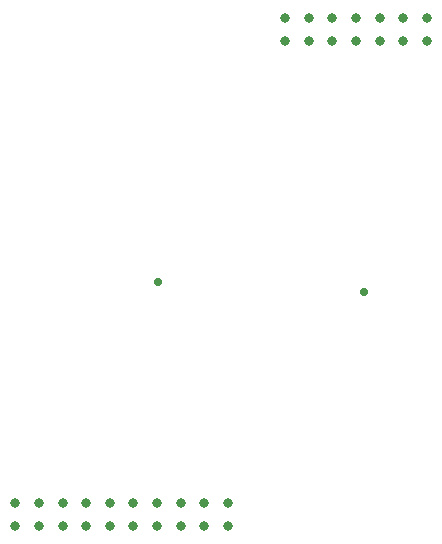
<source format=gbr>
%TF.GenerationSoftware,Altium Limited,Altium Designer,23.5.1 (21)*%
G04 Layer_Color=0*
%FSLAX45Y45*%
%MOMM*%
%TF.SameCoordinates,246B43F8-C8EE-452E-B3C0-F8779A116AF4*%
%TF.FilePolarity,Positive*%
%TF.FileFunction,Plated,1,2,PTH,Drill*%
%TF.Part,Single*%
G01*
G75*
%TA.AperFunction,ComponentDrill*%
%ADD48C,0.80000*%
%TA.AperFunction,ViaDrill,NotFilled*%
%ADD49C,0.71120*%
D48*
X3333600Y5108800D02*
D03*
X3333600Y5308800D02*
D03*
X3533600Y5108800D02*
D03*
Y5308800D02*
D03*
X3733600Y5108800D02*
D03*
Y5308800D02*
D03*
X3933600Y5108800D02*
D03*
Y5308800D02*
D03*
X4133600Y5108800D02*
D03*
Y5308800D02*
D03*
X4333600Y5108800D02*
D03*
X4533600D02*
D03*
X4333600Y5308800D02*
D03*
X4533600D02*
D03*
X2847900Y1003300D02*
D03*
X2647900D02*
D03*
X2447900D02*
D03*
X2247900D02*
D03*
X2047900D02*
D03*
X1847900D02*
D03*
X1647900D02*
D03*
X1447900D02*
D03*
X1247899D02*
D03*
X1047899D02*
D03*
X2847900Y1203300D02*
D03*
X2647900D02*
D03*
X2447900D02*
D03*
X2247900D02*
D03*
X2047900D02*
D03*
X1847900D02*
D03*
X1647900D02*
D03*
X1447900D02*
D03*
X1247899D02*
D03*
X1047899D02*
D03*
D49*
X2260600Y3073400D02*
D03*
X4000500Y2984500D02*
D03*
%TF.MD5,f11c2202af099d549340ae0e5799f4a1*%
M02*

</source>
